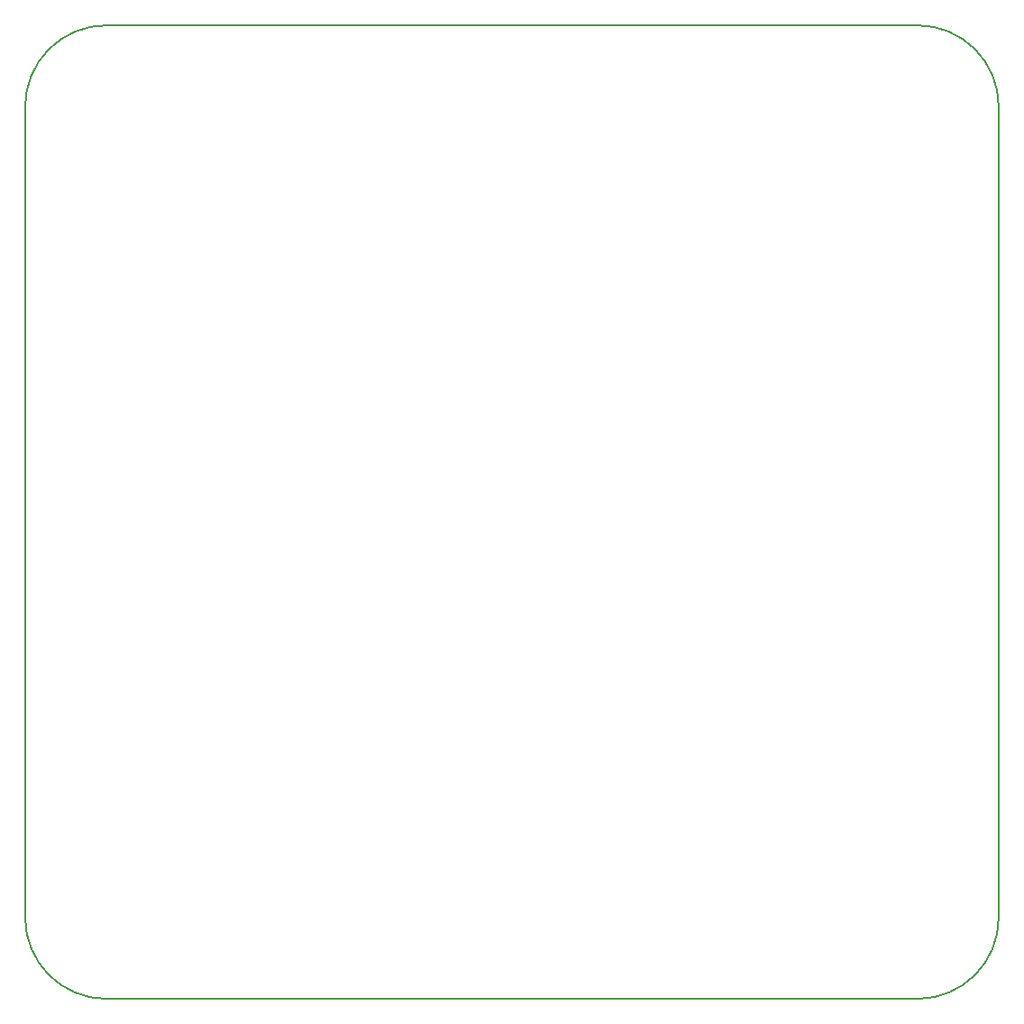
<source format=gbr>
%TF.GenerationSoftware,KiCad,Pcbnew,(6.0.0-0)*%
%TF.CreationDate,2022-09-02T08:24:46-04:00*%
%TF.ProjectId,bnc_shield,626e635f-7368-4696-956c-642e6b696361,rev?*%
%TF.SameCoordinates,Original*%
%TF.FileFunction,Profile,NP*%
%FSLAX46Y46*%
G04 Gerber Fmt 4.6, Leading zero omitted, Abs format (unit mm)*
G04 Created by KiCad (PCBNEW (6.0.0-0)) date 2022-09-02 08:24:46*
%MOMM*%
%LPD*%
G01*
G04 APERTURE LIST*
%TA.AperFunction,Profile*%
%ADD10C,0.150000*%
%TD*%
G04 APERTURE END LIST*
D10*
X113538000Y-52705000D02*
G75*
G03*
X105918000Y-60325000I-1J-7619999D01*
G01*
X189738000Y-144145000D02*
X113538000Y-144145000D01*
X197358000Y-60325000D02*
X197358000Y-136525000D01*
X113538000Y-52705000D02*
X189738000Y-52705000D01*
X105918000Y-136525000D02*
G75*
G03*
X113538000Y-144145000I7619999J-1D01*
G01*
X189738000Y-144145000D02*
G75*
G03*
X197358000Y-136525000I-2J7620002D01*
G01*
X197358000Y-60325000D02*
G75*
G03*
X189738000Y-52705000I-7619999J1D01*
G01*
X105918000Y-136525000D02*
X105918000Y-60325000D01*
M02*

</source>
